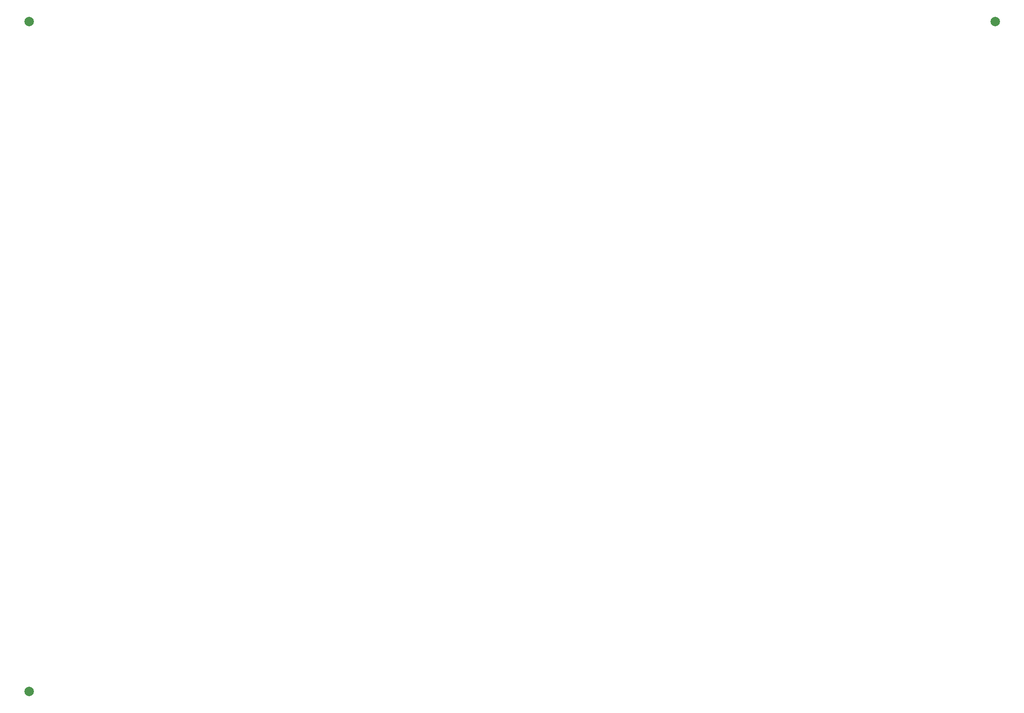
<source format=gbp>
G04 #@! TF.GenerationSoftware,KiCad,Pcbnew,7.0.0-da2b9df05c~165~ubuntu22.04.1*
G04 #@! TF.CreationDate,2023-12-10T21:50:17+00:00*
G04 #@! TF.ProjectId,kicad_miao-panel,6b696361-645f-46d6-9961-6f2d70616e65,rev?*
G04 #@! TF.SameCoordinates,Original*
G04 #@! TF.FileFunction,Paste,Bot*
G04 #@! TF.FilePolarity,Positive*
%FSLAX46Y46*%
G04 Gerber Fmt 4.6, Leading zero omitted, Abs format (unit mm)*
G04 Created by KiCad (PCBNEW 7.0.0-da2b9df05c~165~ubuntu22.04.1) date 2023-12-10 21:50:17*
%MOMM*%
%LPD*%
G01*
G04 APERTURE LIST*
%ADD10C,2.000000*%
G04 APERTURE END LIST*
D10*
G04 #@! TO.C,REF\u002A\u002A*
X207300000Y144500000D03*
G04 #@! TD*
G04 #@! TO.C,REF\u002A\u002A*
X2500000Y2500000D03*
G04 #@! TD*
G04 #@! TO.C,REF\u002A\u002A*
X2500000Y144500000D03*
G04 #@! TD*
M02*

</source>
